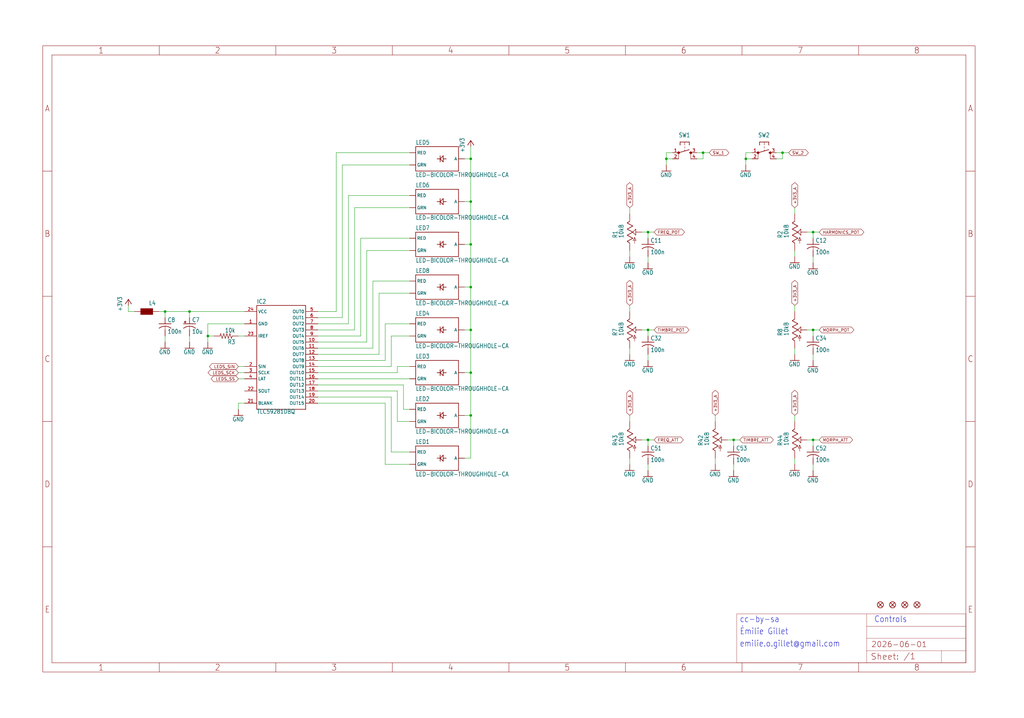
<source format=kicad_sch>
(kicad_sch (version 20230121) (generator eeschema)
  (paper "User" 425.45 298.45)
  (lib_symbols
    (symbol "plaits_v50-eagle-import:+3V3" (power)
      (property "Value" "+3V3" (at -2.54 -5.08 90))
      (symbol "+3V3_1_0"
        (polyline (pts (xy 0 0) (xy -1.27 -1.905)) (stroke (width 0.254)))
        (polyline (pts (xy 1.27 -1.905) (xy 0 0)) (stroke (width 0.254)))
        (pin power_in line (at 0 -2.54 90) (length 2.54) (name "+3V3") (number "1"))
      )
    )
    (symbol "plaits_v50-eagle-import:A3L-LOC"
      (symbol "A3L-LOC_1_0"
        (polyline (pts (xy 0 52.07) (xy 3.81 52.07)))
        (polyline (pts (xy 0 104.14) (xy 3.81 104.14)))
        (polyline (pts (xy 0 156.21) (xy 3.81 156.21)))
        (polyline (pts (xy 0 208.28) (xy 3.81 208.28)))
        (polyline (pts (xy 3.81 3.81) (xy 3.81 256.54)))
        (polyline (pts (xy 48.4188 0) (xy 48.4188 3.81)))
        (polyline (pts (xy 48.4188 256.54) (xy 48.4188 260.35)))
        (polyline (pts (xy 96.8375 0) (xy 96.8375 3.81)))
        (polyline (pts (xy 96.8375 256.54) (xy 96.8375 260.35)))
        (polyline (pts (xy 145.2563 0) (xy 145.2563 3.81)))
        (polyline (pts (xy 145.2563 256.54) (xy 145.2563 260.35)))
        (polyline (pts (xy 193.675 0) (xy 193.675 3.81)))
        (polyline (pts (xy 193.675 256.54) (xy 193.675 260.35)))
        (polyline (pts (xy 242.0938 0) (xy 242.0938 3.81)))
        (polyline (pts (xy 242.0938 256.54) (xy 242.0938 260.35)))
        (polyline (pts (xy 288.29 3.81) (xy 288.29 24.13)) (stroke (width 0.1016)))
        (polyline (pts (xy 288.29 3.81) (xy 342.265 3.81)) (stroke (width 0.1016)))
        (polyline (pts (xy 288.29 24.13) (xy 342.265 24.13)) (stroke (width 0.1016)))
        (polyline (pts (xy 290.5125 0) (xy 290.5125 3.81)))
        (polyline (pts (xy 290.5125 256.54) (xy 290.5125 260.35)))
        (polyline (pts (xy 338.9313 0) (xy 338.9313 3.81)))
        (polyline (pts (xy 338.9313 256.54) (xy 338.9313 260.35)))
        (polyline (pts (xy 342.265 3.81) (xy 373.38 3.81)) (stroke (width 0.1016)))
        (polyline (pts (xy 342.265 8.89) (xy 342.265 3.81)) (stroke (width 0.1016)))
        (polyline (pts (xy 342.265 8.89) (xy 342.265 13.97)) (stroke (width 0.1016)))
        (polyline (pts (xy 342.265 13.97) (xy 342.265 19.05)) (stroke (width 0.1016)))
        (polyline (pts (xy 342.265 13.97) (xy 383.54 13.97)) (stroke (width 0.1016)))
        (polyline (pts (xy 342.265 19.05) (xy 342.265 24.13)) (stroke (width 0.1016)))
        (polyline (pts (xy 342.265 19.05) (xy 383.54 19.05)) (stroke (width 0.1016)))
        (polyline (pts (xy 342.265 24.13) (xy 383.54 24.13)) (stroke (width 0.1016)))
        (polyline (pts (xy 373.38 3.81) (xy 373.38 8.89)) (stroke (width 0.1016)))
        (polyline (pts (xy 373.38 3.81) (xy 383.54 3.81)) (stroke (width 0.1016)))
        (polyline (pts (xy 373.38 8.89) (xy 342.265 8.89)) (stroke (width 0.1016)))
        (polyline (pts (xy 373.38 8.89) (xy 383.54 8.89)) (stroke (width 0.1016)))
        (polyline (pts (xy 383.54 3.81) (xy 3.81 3.81)))
        (polyline (pts (xy 383.54 3.81) (xy 383.54 8.89)) (stroke (width 0.1016)))
        (polyline (pts (xy 383.54 3.81) (xy 383.54 256.54)))
        (polyline (pts (xy 383.54 8.89) (xy 383.54 13.97)) (stroke (width 0.1016)))
        (polyline (pts (xy 383.54 13.97) (xy 383.54 19.05)) (stroke (width 0.1016)))
        (polyline (pts (xy 383.54 19.05) (xy 383.54 24.13)) (stroke (width 0.1016)))
        (polyline (pts (xy 383.54 52.07) (xy 387.35 52.07)))
        (polyline (pts (xy 383.54 104.14) (xy 387.35 104.14)))
        (polyline (pts (xy 383.54 156.21) (xy 387.35 156.21)))
        (polyline (pts (xy 383.54 208.28) (xy 387.35 208.28)))
        (polyline (pts (xy 383.54 256.54) (xy 3.81 256.54)))
        (polyline (pts (xy 0 0) (xy 387.35 0) (xy 387.35 260.35) (xy 0 260.35) (xy 0 0)))
        (text "${#}/${##}" (at 357.505 5.08 0) (effects (font (size 2.54 2.54)) (justify left bottom)))
        (text "${CURRENT_DATE}" (at 344.17 10.16 0) (effects (font (size 2.286 2.286)) (justify left bottom)))
        (text "${PROJECTNAME}" (at 344.17 15.24 0) (effects (font (size 2.54 2.54)) (justify left bottom)))
        (text "1" (at 24.2094 1.905 0) (effects (font (size 2.54 2.286))))
        (text "1" (at 24.2094 258.445 0) (effects (font (size 2.54 2.286))))
        (text "2" (at 72.6281 1.905 0) (effects (font (size 2.54 2.286))))
        (text "2" (at 72.6281 258.445 0) (effects (font (size 2.54 2.286))))
        (text "3" (at 121.0469 1.905 0) (effects (font (size 2.54 2.286))))
        (text "3" (at 121.0469 258.445 0) (effects (font (size 2.54 2.286))))
        (text "4" (at 169.4656 1.905 0) (effects (font (size 2.54 2.286))))
        (text "4" (at 169.4656 258.445 0) (effects (font (size 2.54 2.286))))
        (text "5" (at 217.8844 1.905 0) (effects (font (size 2.54 2.286))))
        (text "5" (at 217.8844 258.445 0) (effects (font (size 2.54 2.286))))
        (text "6" (at 266.3031 1.905 0) (effects (font (size 2.54 2.286))))
        (text "6" (at 266.3031 258.445 0) (effects (font (size 2.54 2.286))))
        (text "7" (at 314.7219 1.905 0) (effects (font (size 2.54 2.286))))
        (text "7" (at 314.7219 258.445 0) (effects (font (size 2.54 2.286))))
        (text "8" (at 363.1406 1.905 0) (effects (font (size 2.54 2.286))))
        (text "8" (at 363.1406 258.445 0) (effects (font (size 2.54 2.286))))
        (text "A" (at 1.905 234.315 0) (effects (font (size 2.54 2.286))))
        (text "A" (at 385.445 234.315 0) (effects (font (size 2.54 2.286))))
        (text "B" (at 1.905 182.245 0) (effects (font (size 2.54 2.286))))
        (text "B" (at 385.445 182.245 0) (effects (font (size 2.54 2.286))))
        (text "C" (at 1.905 130.175 0) (effects (font (size 2.54 2.286))))
        (text "C" (at 385.445 130.175 0) (effects (font (size 2.54 2.286))))
        (text "D" (at 1.905 78.105 0) (effects (font (size 2.54 2.286))))
        (text "D" (at 385.445 78.105 0) (effects (font (size 2.54 2.286))))
        (text "E" (at 1.905 26.035 0) (effects (font (size 2.54 2.286))))
        (text "E" (at 385.445 26.035 0) (effects (font (size 2.54 2.286))))
        (text "Sheet:" (at 343.916 4.953 0) (effects (font (size 2.54 2.54)) (justify left bottom)))
      )
    )
    (symbol "plaits_v50-eagle-import:C-USC0402"
      (property "Reference" "C" (at 1.016 0.635 0))
      (symbol "C-USC0402_1_0"
        (arc (start 0 -1.0161) (mid -1.302 -1.2303) (end -2.4668 -1.8504) (stroke (width 0.254)))
        (polyline (pts (xy -2.54 0) (xy 2.54 0)) (stroke (width 0.254)))
        (polyline (pts (xy 0 -1.016) (xy 0 -2.54)) (stroke (width 0.1524)))
        (arc (start 2.4892 -1.8541) (mid 1.3158 -1.2194) (end 0 -1) (stroke (width 0.254)))
        (pin passive line (at 0 2.54 270) (length 2.54) (name "1") (number "1"))
        (pin passive line (at 0 -5.08 90) (length 2.54) (name "2") (number "2"))
      )
    )
    (symbol "plaits_v50-eagle-import:CPOL-USA"
      (property "Reference" "C" (at 1.016 0.635 0))
      (symbol "CPOL-USA_1_0"
        (rectangle (start -2.253 0.668) (end -1.364 0.795) (fill (type outline)))
        (rectangle (start -1.872 0.287) (end -1.745 1.176) (fill (type outline)))
        (arc (start 0 -1.0161) (mid -1.3021 -1.2303) (end -2.4669 -1.8504) (stroke (width 0.254)))
        (polyline (pts (xy -2.54 0) (xy 2.54 0)) (stroke (width 0.254)))
        (polyline (pts (xy 0 -1.016) (xy 0 -2.54)) (stroke (width 0.1524)))
        (arc (start 2.4892 -1.8541) (mid 1.3158 -1.2194) (end 0 -1) (stroke (width 0.254)))
        (pin passive line (at 0 2.54 270) (length 2.54) (name "+") (number "+"))
        (pin passive line (at 0 -5.08 90) (length 2.54) (name "-") (number "-"))
      )
    )
    (symbol "plaits_v50-eagle-import:FIDUCIAL1X2"
      (symbol "FIDUCIAL1X2_1_0"
        (polyline (pts (xy -0.762 0.762) (xy 0.762 -0.762)) (stroke (width 0.254)))
        (polyline (pts (xy 0.762 0.762) (xy -0.762 -0.762)) (stroke (width 0.254)))
        (circle (center 0 0) (radius 1.27) (stroke (width 0.254)))
      )
    )
    (symbol "plaits_v50-eagle-import:GND" (power)
      (property "Value" "GND" (at -2.54 -2.54 0))
      (symbol "GND_1_0"
        (polyline (pts (xy -1.905 0) (xy 1.905 0)) (stroke (width 0.254)))
        (pin power_in line (at 0 2.54 270) (length 2.54) (name "GND") (number "1"))
      )
    )
    (symbol "plaits_v50-eagle-import:LED-BICOLOR-THROUGHHOLE-CA"
      (property "Reference" "LED" (at -10.16 5.842 0))
      (symbol "LED-BICOLOR-THROUGHHOLE-CA_1_0"
        (polyline (pts (xy -10.16 -5.08) (xy -10.16 5.08)) (stroke (width 0.254)))
        (polyline (pts (xy -10.16 5.08) (xy 7.62 5.08)) (stroke (width 0.254)))
        (polyline (pts (xy 0 -1.27) (xy 0 0)) (stroke (width 0.254)))
        (polyline (pts (xy 0 0) (xy -1.27 0)) (stroke (width 0.254)))
        (polyline (pts (xy 0 0) (xy 0 1.27)) (stroke (width 0.254)))
        (polyline (pts (xy 0 0) (xy 1.27 -1.27)) (stroke (width 0.254)))
        (polyline (pts (xy 1.27 -1.27) (xy 1.27 0)) (stroke (width 0.254)))
        (polyline (pts (xy 1.27 0) (xy 1.27 1.27)) (stroke (width 0.254)))
        (polyline (pts (xy 1.27 0) (xy 2.54 0)) (stroke (width 0.254)))
        (polyline (pts (xy 1.27 1.27) (xy 0 0)) (stroke (width 0.254)))
        (polyline (pts (xy 7.62 -5.08) (xy -10.16 -5.08)) (stroke (width 0.254)))
        (polyline (pts (xy 7.62 5.08) (xy 7.62 -5.08)) (stroke (width 0.254)))
        (pin bidirectional line (at 10.16 0 180) (length 2.54) (name "A") (number "A"))
        (pin bidirectional line (at -12.7 -2.54 0) (length 2.54) (name "GRN") (number "GREEN_C"))
        (pin bidirectional line (at -12.7 2.54 0) (length 2.54) (name "RED") (number "RED_C"))
      )
    )
    (symbol "plaits_v50-eagle-import:POT_USVERTICAL"
      (property "Reference" "R" (at -5.08 -2.54 90))
      (symbol "POT_USVERTICAL_1_0"
        (polyline (pts (xy -1.016 -3.81) (xy 1.27 -2.54)) (stroke (width 0.254)))
        (polyline (pts (xy -1.016 -1.27) (xy 1.27 0)) (stroke (width 0.254)))
        (polyline (pts (xy -1.016 1.27) (xy 1.27 2.54)) (stroke (width 0.254)))
        (polyline (pts (xy -1.016 3.81) (xy 0 4.572)) (stroke (width 0.254)))
        (polyline (pts (xy 0 -5.08) (xy 0 -4.572)) (stroke (width 0.1524)))
        (polyline (pts (xy 0 -4.572) (xy -1.016 -3.81)) (stroke (width 0.254)))
        (polyline (pts (xy 0 4.572) (xy 0 5.08)) (stroke (width 0.1524)))
        (polyline (pts (xy 1.27 -2.54) (xy -1.016 -1.27)) (stroke (width 0.254)))
        (polyline (pts (xy 1.27 0) (xy -1.016 1.27)) (stroke (width 0.254)))
        (polyline (pts (xy 1.27 0) (xy 2.54 1.27)) (stroke (width 0.2032)))
        (polyline (pts (xy 1.27 2.54) (xy -1.016 3.81)) (stroke (width 0.254)))
        (polyline (pts (xy 1.397 -3.429) (xy 2.032 -2.159)) (stroke (width 0.1524)))
        (polyline (pts (xy 2.032 -4.699) (xy 2.032 -2.159)) (stroke (width 0.1524)))
        (polyline (pts (xy 2.032 -2.159) (xy 2.667 -3.429)) (stroke (width 0.1524)))
        (polyline (pts (xy 2.54 -1.27) (xy 1.27 0)) (stroke (width 0.2032)))
        (polyline (pts (xy 2.54 1.27) (xy 2.54 -1.27)) (stroke (width 0.2032)))
        (polyline (pts (xy 2.667 -3.429) (xy 1.397 -3.429)) (stroke (width 0.1524)))
        (pin passive line (at 0 7.62 270) (length 2.54) (name "E") (number "P$1"))
        (pin passive line (at 5.08 0 180) (length 2.54) (name "S") (number "P$2"))
        (pin passive line (at 0 -7.62 90) (length 2.54) (name "A") (number "P$3"))
      )
    )
    (symbol "plaits_v50-eagle-import:POT_USVERTICAL_PS"
      (property "Reference" "R" (at -5.08 -2.54 90))
      (symbol "POT_USVERTICAL_PS_1_0"
        (polyline (pts (xy -1.016 -3.81) (xy 1.27 -2.54)) (stroke (width 0.254)))
        (polyline (pts (xy -1.016 -1.27) (xy 1.27 0)) (stroke (width 0.254)))
        (polyline (pts (xy -1.016 1.27) (xy 1.27 2.54)) (stroke (width 0.254)))
        (polyline (pts (xy -1.016 3.81) (xy 0 4.572)) (stroke (width 0.254)))
        (polyline (pts (xy 0 -5.08) (xy 0 -4.572)) (stroke (width 0.1524)))
        (polyline (pts (xy 0 -4.572) (xy -1.016 -3.81)) (stroke (width 0.254)))
        (polyline (pts (xy 0 4.572) (xy 0 5.08)) (stroke (width 0.1524)))
        (polyline (pts (xy 1.27 -2.54) (xy -1.016 -1.27)) (stroke (width 0.254)))
        (polyline (pts (xy 1.27 0) (xy -1.016 1.27)) (stroke (width 0.254)))
        (polyline (pts (xy 1.27 0) (xy 2.54 1.27)) (stroke (width 0.2032)))
        (polyline (pts (xy 1.27 2.54) (xy -1.016 3.81)) (stroke (width 0.254)))
        (polyline (pts (xy 1.397 -3.429) (xy 2.032 -2.159)) (stroke (width 0.1524)))
        (polyline (pts (xy 2.032 -4.699) (xy 2.032 -2.159)) (stroke (width 0.1524)))
        (polyline (pts (xy 2.032 -2.159) (xy 2.667 -3.429)) (stroke (width 0.1524)))
        (polyline (pts (xy 2.54 -1.27) (xy 1.27 0)) (stroke (width 0.2032)))
        (polyline (pts (xy 2.54 1.27) (xy 2.54 -1.27)) (stroke (width 0.2032)))
        (polyline (pts (xy 2.667 -3.429) (xy 1.397 -3.429)) (stroke (width 0.1524)))
        (pin passive line (at 0 7.62 270) (length 2.54) (name "E") (number "P$1"))
        (pin passive line (at 5.08 0 180) (length 2.54) (name "S") (number "P$2"))
        (pin passive line (at 0 -7.62 90) (length 2.54) (name "A") (number "P$3"))
      )
    )
    (symbol "plaits_v50-eagle-import:R-US_R0402"
      (property "Reference" "R" (at -3.81 1.4986 0))
      (symbol "R-US_R0402_1_0"
        (polyline (pts (xy -2.54 0) (xy -2.159 1.016)) (stroke (width 0.2032)))
        (polyline (pts (xy -2.159 1.016) (xy -1.524 -1.016)) (stroke (width 0.2032)))
        (polyline (pts (xy -1.524 -1.016) (xy -0.889 1.016)) (stroke (width 0.2032)))
        (polyline (pts (xy -0.889 1.016) (xy -0.254 -1.016)) (stroke (width 0.2032)))
        (polyline (pts (xy -0.254 -1.016) (xy 0.381 1.016)) (stroke (width 0.2032)))
        (polyline (pts (xy 0.381 1.016) (xy 1.016 -1.016)) (stroke (width 0.2032)))
        (polyline (pts (xy 1.016 -1.016) (xy 1.651 1.016)) (stroke (width 0.2032)))
        (polyline (pts (xy 1.651 1.016) (xy 2.286 -1.016)) (stroke (width 0.2032)))
        (polyline (pts (xy 2.286 -1.016) (xy 2.54 0)) (stroke (width 0.2032)))
        (pin passive line (at -5.08 0 0) (length 2.54) (name "1") (number "1"))
        (pin passive line (at 5.08 0 180) (length 2.54) (name "2") (number "2"))
      )
    )
    (symbol "plaits_v50-eagle-import:TAC_SWITCHPTH"
      (property "Reference" "S" (at -2.54 6.35 0))
      (symbol "TAC_SWITCHPTH_1_0"
        (circle (center -2.54 0) (radius 0.127) (stroke (width 0.4064)))
        (polyline (pts (xy -2.54 -2.54) (xy -2.54 0)) (stroke (width 0.1524)))
        (polyline (pts (xy -2.54 0) (xy 1.905 1.27)) (stroke (width 0.254)))
        (polyline (pts (xy -1.905 4.445) (xy -1.905 3.175)) (stroke (width 0.254)))
        (polyline (pts (xy 0 1.27) (xy 0 0.635)) (stroke (width 0.1524)))
        (polyline (pts (xy 0 2.54) (xy 0 1.905)) (stroke (width 0.1524)))
        (polyline (pts (xy 0 4.445) (xy -1.905 4.445)) (stroke (width 0.254)))
        (polyline (pts (xy 0 4.445) (xy 0 3.175)) (stroke (width 0.1524)))
        (polyline (pts (xy 1.905 0) (xy 2.54 0)) (stroke (width 0.254)))
        (polyline (pts (xy 1.905 4.445) (xy 0 4.445)) (stroke (width 0.254)))
        (polyline (pts (xy 1.905 4.445) (xy 1.905 3.175)) (stroke (width 0.254)))
        (polyline (pts (xy 2.54 -2.54) (xy 2.54 0)) (stroke (width 0.1524)))
        (circle (center 2.54 0) (radius 0.127) (stroke (width 0.4064)))
        (pin passive line (at -5.08 0 0) (length 2.54) (name "1") (number "1"))
        (pin passive line (at -5.08 -2.54 0) (length 2.54) (name "2") (number "2"))
        (pin passive line (at 5.08 0 180) (length 2.54) (name "3") (number "3"))
        (pin passive line (at 5.08 -2.54 180) (length 2.54) (name "4") (number "4"))
      )
    )
    (symbol "plaits_v50-eagle-import:TLC59281DBQ"
      (property "Reference" "IC" (at -10.16 23.495 0))
      (symbol "TLC59281DBQ_1_0"
        (polyline (pts (xy -10.16 -20.32) (xy -10.16 22.86)) (stroke (width 0.254)))
        (polyline (pts (xy -10.16 22.86) (xy 10.16 22.86)) (stroke (width 0.254)))
        (polyline (pts (xy 10.16 -20.32) (xy -10.16 -20.32)) (stroke (width 0.254)))
        (polyline (pts (xy 10.16 22.86) (xy 10.16 -20.32)) (stroke (width 0.254)))
        (pin bidirectional line (at -15.24 15.24 0) (length 5.08) (name "GND") (number "1"))
        (pin bidirectional line (at 15.24 7.62 180) (length 5.08) (name "OUT5") (number "10"))
        (pin bidirectional line (at 15.24 5.08 180) (length 5.08) (name "OUT6") (number "11"))
        (pin bidirectional line (at 15.24 2.54 180) (length 5.08) (name "OUT7") (number "12"))
        (pin bidirectional line (at 15.24 0 180) (length 5.08) (name "OUT8") (number "13"))
        (pin bidirectional line (at 15.24 -2.54 180) (length 5.08) (name "OUT9") (number "14"))
        (pin bidirectional line (at 15.24 -5.08 180) (length 5.08) (name "OUT10") (number "15"))
        (pin bidirectional line (at 15.24 -7.62 180) (length 5.08) (name "OUT11") (number "16"))
        (pin bidirectional line (at 15.24 -10.16 180) (length 5.08) (name "OUT12") (number "17"))
        (pin bidirectional line (at 15.24 -12.7 180) (length 5.08) (name "OUT13") (number "18"))
        (pin bidirectional line (at 15.24 -15.24 180) (length 5.08) (name "OUT14") (number "19"))
        (pin bidirectional line (at -15.24 -2.54 0) (length 5.08) (name "SIN") (number "2"))
        (pin bidirectional line (at 15.24 -17.78 180) (length 5.08) (name "OUT15") (number "20"))
        (pin bidirectional line (at -15.24 -17.78 0) (length 5.08) (name "BLANK") (number "21"))
        (pin bidirectional line (at -15.24 -12.7 0) (length 5.08) (name "SOUT") (number "22"))
        (pin bidirectional line (at -15.24 10.16 0) (length 5.08) (name "IREF") (number "23"))
        (pin bidirectional line (at -15.24 20.32 0) (length 5.08) (name "VCC") (number "24"))
        (pin bidirectional line (at -15.24 -5.08 0) (length 5.08) (name "SCLK") (number "3"))
        (pin bidirectional line (at -15.24 -7.62 0) (length 5.08) (name "LAT") (number "4"))
        (pin bidirectional line (at 15.24 20.32 180) (length 5.08) (name "OUT0") (number "5"))
        (pin bidirectional line (at 15.24 17.78 180) (length 5.08) (name "OUT1") (number "6"))
        (pin bidirectional line (at 15.24 15.24 180) (length 5.08) (name "OUT2") (number "7"))
        (pin bidirectional line (at 15.24 12.7 180) (length 5.08) (name "OUT3") (number "8"))
        (pin bidirectional line (at 15.24 10.16 180) (length 5.08) (name "OUT4") (number "9"))
      )
    )
    (symbol "plaits_v50-eagle-import:WE-CBF_0603"
      (property "Reference" "L" (at -3.81 5.08 0))
      (symbol "WE-CBF_0603_1_0"
        (rectangle (start -2.54 1.27) (end 2.54 3.81) (fill (type outline)))
        (pin passive line (at -5.08 2.54 0) (length 2.54) (name "1") (number "1"))
        (pin passive line (at 5.08 2.54 180) (length 2.54) (name "2") (number "2"))
      )
    )
  )
  (junction (at 195.58 101.6))
  (junction (at 195.58 154.94))
  (junction (at 337.82 137.16))
  (junction (at 195.58 172.72))
  (junction (at 269.24 137.16))
  (junction (at 78.74 129.54))
  (junction (at 269.24 182.88))
  (junction (at 304.8 182.88))
  (junction (at 337.82 182.88))
  (junction (at 86.36 139.7))
  (junction (at 68.58 129.54))
  (junction (at 309.88 66.04))
  (junction (at 337.82 96.52))
  (junction (at 325.12 63.5))
  (junction (at 269.24 96.52))
  (junction (at 195.58 66.04))
  (junction (at 195.58 83.82))
  (junction (at 276.86 66.04))
  (junction (at 292.1 63.5))
  (junction (at 195.58 119.38))
  (junction (at 195.58 137.16))
  (wire (pts (xy 325.12 63.5) (xy 327.66 63.5)) (stroke (width 0.1524)))
  (wire (pts (xy 157.48 147.32) (xy 132.08 147.32)) (stroke (width 0.1524)))
  (wire (pts (xy 170.18 63.5) (xy 139.7 63.5)) (stroke (width 0.1524)))
  (wire (pts (xy 78.74 129.54) (xy 101.6 129.54)) (stroke (width 0.1524)))
  (wire (pts (xy 160.02 134.62) (xy 160.02 149.86)) (stroke (width 0.1524)))
  (wire (pts (xy 147.32 86.36) (xy 147.32 137.16)) (stroke (width 0.1524)))
  (wire (pts (xy 330.2 129.54) (xy 330.2 127)) (stroke (width 0.1524)))
  (wire (pts (xy 165.1 152.4) (xy 170.18 152.4)) (stroke (width 0.1524)))
  (wire (pts (xy 86.36 139.7) (xy 86.36 134.62)) (stroke (width 0.1524)))
  (wire (pts (xy 160.02 149.86) (xy 132.08 149.86)) (stroke (width 0.1524)))
  (wire (pts (xy 88.9 139.7) (xy 86.36 139.7)) (stroke (width 0.1524)))
  (wire (pts (xy 162.56 139.7) (xy 170.18 139.7)) (stroke (width 0.1524)))
  (wire (pts (xy 157.48 121.92) (xy 157.48 147.32)) (stroke (width 0.1524)))
  (wire (pts (xy 297.18 175.26) (xy 297.18 172.72)) (stroke (width 0.1524)))
  (wire (pts (xy 101.6 157.48) (xy 99.06 157.48)) (stroke (width 0.1524)))
  (wire (pts (xy 142.24 68.58) (xy 142.24 132.08)) (stroke (width 0.1524)))
  (wire (pts (xy 193.04 101.6) (xy 195.58 101.6)) (stroke (width 0.1524)))
  (wire (pts (xy 99.06 167.64) (xy 99.06 170.18)) (stroke (width 0.1524)))
  (wire (pts (xy 132.08 167.64) (xy 160.02 167.64)) (stroke (width 0.1524)))
  (wire (pts (xy 276.86 66.04) (xy 276.86 68.58)) (stroke (width 0.1524)))
  (wire (pts (xy 68.58 139.7) (xy 68.58 142.24)) (stroke (width 0.1524)))
  (wire (pts (xy 195.58 172.72) (xy 195.58 190.5)) (stroke (width 0.1524)))
  (wire (pts (xy 330.2 88.9) (xy 330.2 86.36)) (stroke (width 0.1524)))
  (wire (pts (xy 269.24 185.42) (xy 269.24 182.88)) (stroke (width 0.1524)))
  (wire (pts (xy 269.24 99.06) (xy 269.24 96.52)) (stroke (width 0.1524)))
  (wire (pts (xy 193.04 119.38) (xy 195.58 119.38)) (stroke (width 0.1524)))
  (wire (pts (xy 337.82 182.88) (xy 340.36 182.88)) (stroke (width 0.1524)))
  (wire (pts (xy 337.82 185.42) (xy 337.82 182.88)) (stroke (width 0.1524)))
  (wire (pts (xy 142.24 132.08) (xy 132.08 132.08)) (stroke (width 0.1524)))
  (wire (pts (xy 322.58 63.5) (xy 325.12 63.5)) (stroke (width 0.1524)))
  (wire (pts (xy 167.64 160.02) (xy 167.64 170.18)) (stroke (width 0.1524)))
  (wire (pts (xy 337.82 147.32) (xy 337.82 149.86)) (stroke (width 0.1524)))
  (wire (pts (xy 337.82 99.06) (xy 337.82 96.52)) (stroke (width 0.1524)))
  (wire (pts (xy 165.1 162.56) (xy 165.1 175.26)) (stroke (width 0.1524)))
  (wire (pts (xy 195.58 101.6) (xy 195.58 83.82)) (stroke (width 0.1524)))
  (wire (pts (xy 195.58 119.38) (xy 195.58 137.16)) (stroke (width 0.1524)))
  (wire (pts (xy 144.78 134.62) (xy 132.08 134.62)) (stroke (width 0.1524)))
  (wire (pts (xy 68.58 129.54) (xy 78.74 129.54)) (stroke (width 0.1524)))
  (wire (pts (xy 335.28 96.52) (xy 337.82 96.52)) (stroke (width 0.1524)))
  (wire (pts (xy 132.08 157.48) (xy 170.18 157.48)) (stroke (width 0.1524)))
  (wire (pts (xy 139.7 129.54) (xy 132.08 129.54)) (stroke (width 0.1524)))
  (wire (pts (xy 160.02 134.62) (xy 170.18 134.62)) (stroke (width 0.1524)))
  (wire (pts (xy 162.56 139.7) (xy 162.56 152.4)) (stroke (width 0.1524)))
  (wire (pts (xy 297.18 190.5) (xy 297.18 193.04)) (stroke (width 0.1524)))
  (wire (pts (xy 132.08 162.56) (xy 165.1 162.56)) (stroke (width 0.1524)))
  (wire (pts (xy 149.86 99.06) (xy 149.86 139.7)) (stroke (width 0.1524)))
  (wire (pts (xy 312.42 66.04) (xy 309.88 66.04)) (stroke (width 0.1524)))
  (wire (pts (xy 261.62 190.5) (xy 261.62 193.04)) (stroke (width 0.1524)))
  (wire (pts (xy 132.08 160.02) (xy 167.64 160.02)) (stroke (width 0.1524)))
  (wire (pts (xy 261.62 88.9) (xy 261.62 86.36)) (stroke (width 0.1524)))
  (wire (pts (xy 162.56 152.4) (xy 132.08 152.4)) (stroke (width 0.1524)))
  (wire (pts (xy 165.1 154.94) (xy 132.08 154.94)) (stroke (width 0.1524)))
  (wire (pts (xy 279.4 66.04) (xy 276.86 66.04)) (stroke (width 0.1524)))
  (wire (pts (xy 304.8 193.04) (xy 304.8 195.58)) (stroke (width 0.1524)))
  (wire (pts (xy 152.4 104.14) (xy 152.4 142.24)) (stroke (width 0.1524)))
  (wire (pts (xy 149.86 139.7) (xy 132.08 139.7)) (stroke (width 0.1524)))
  (wire (pts (xy 193.04 172.72) (xy 195.58 172.72)) (stroke (width 0.1524)))
  (wire (pts (xy 53.34 129.54) (xy 53.34 127)) (stroke (width 0.1524)))
  (wire (pts (xy 279.4 63.5) (xy 276.86 63.5)) (stroke (width 0.1524)))
  (wire (pts (xy 68.58 132.08) (xy 68.58 129.54)) (stroke (width 0.1524)))
  (wire (pts (xy 330.2 175.26) (xy 330.2 172.72)) (stroke (width 0.1524)))
  (wire (pts (xy 139.7 63.5) (xy 139.7 129.54)) (stroke (width 0.1524)))
  (wire (pts (xy 261.62 144.78) (xy 261.62 147.32)) (stroke (width 0.1524)))
  (wire (pts (xy 78.74 142.24) (xy 78.74 139.7)) (stroke (width 0.1524)))
  (wire (pts (xy 261.62 104.14) (xy 261.62 106.68)) (stroke (width 0.1524)))
  (wire (pts (xy 269.24 147.32) (xy 269.24 149.86)) (stroke (width 0.1524)))
  (wire (pts (xy 193.04 190.5) (xy 195.58 190.5)) (stroke (width 0.1524)))
  (wire (pts (xy 330.2 190.5) (xy 330.2 193.04)) (stroke (width 0.1524)))
  (wire (pts (xy 101.6 134.62) (xy 86.36 134.62)) (stroke (width 0.1524)))
  (wire (pts (xy 195.58 137.16) (xy 195.58 154.94)) (stroke (width 0.1524)))
  (wire (pts (xy 160.02 193.04) (xy 170.18 193.04)) (stroke (width 0.1524)))
  (wire (pts (xy 337.82 106.68) (xy 337.82 109.22)) (stroke (width 0.1524)))
  (wire (pts (xy 269.24 137.16) (xy 271.78 137.16)) (stroke (width 0.1524)))
  (wire (pts (xy 170.18 116.84) (xy 154.94 116.84)) (stroke (width 0.1524)))
  (wire (pts (xy 269.24 193.04) (xy 269.24 195.58)) (stroke (width 0.1524)))
  (wire (pts (xy 152.4 142.24) (xy 132.08 142.24)) (stroke (width 0.1524)))
  (wire (pts (xy 144.78 81.28) (xy 144.78 134.62)) (stroke (width 0.1524)))
  (wire (pts (xy 170.18 99.06) (xy 149.86 99.06)) (stroke (width 0.1524)))
  (wire (pts (xy 304.8 185.42) (xy 304.8 182.88)) (stroke (width 0.1524)))
  (wire (pts (xy 330.2 144.78) (xy 330.2 147.32)) (stroke (width 0.1524)))
  (wire (pts (xy 337.82 139.7) (xy 337.82 137.16)) (stroke (width 0.1524)))
  (wire (pts (xy 292.1 66.04) (xy 292.1 63.5)) (stroke (width 0.1524)))
  (wire (pts (xy 195.58 83.82) (xy 195.58 66.04)) (stroke (width 0.1524)))
  (wire (pts (xy 167.64 170.18) (xy 170.18 170.18)) (stroke (width 0.1524)))
  (wire (pts (xy 165.1 152.4) (xy 165.1 154.94)) (stroke (width 0.1524)))
  (wire (pts (xy 165.1 175.26) (xy 170.18 175.26)) (stroke (width 0.1524)))
  (wire (pts (xy 99.06 139.7) (xy 101.6 139.7)) (stroke (width 0.1524)))
  (wire (pts (xy 193.04 66.04) (xy 195.58 66.04)) (stroke (width 0.1524)))
  (wire (pts (xy 266.7 137.16) (xy 269.24 137.16)) (stroke (width 0.1524)))
  (wire (pts (xy 330.2 104.14) (xy 330.2 106.68)) (stroke (width 0.1524)))
  (wire (pts (xy 101.6 152.4) (xy 99.06 152.4)) (stroke (width 0.1524)))
  (wire (pts (xy 266.7 96.52) (xy 269.24 96.52)) (stroke (width 0.1524)))
  (wire (pts (xy 337.82 193.04) (xy 337.82 195.58)) (stroke (width 0.1524)))
  (wire (pts (xy 302.26 182.88) (xy 304.8 182.88)) (stroke (width 0.1524)))
  (wire (pts (xy 195.58 119.38) (xy 195.58 101.6)) (stroke (width 0.1524)))
  (wire (pts (xy 292.1 63.5) (xy 294.64 63.5)) (stroke (width 0.1524)))
  (wire (pts (xy 266.7 182.88) (xy 269.24 182.88)) (stroke (width 0.1524)))
  (wire (pts (xy 170.18 121.92) (xy 157.48 121.92)) (stroke (width 0.1524)))
  (wire (pts (xy 162.56 165.1) (xy 162.56 187.96)) (stroke (width 0.1524)))
  (wire (pts (xy 325.12 66.04) (xy 325.12 63.5)) (stroke (width 0.1524)))
  (wire (pts (xy 335.28 182.88) (xy 337.82 182.88)) (stroke (width 0.1524)))
  (wire (pts (xy 335.28 137.16) (xy 337.82 137.16)) (stroke (width 0.1524)))
  (wire (pts (xy 132.08 165.1) (xy 162.56 165.1)) (stroke (width 0.1524)))
  (wire (pts (xy 86.36 142.24) (xy 86.36 139.7)) (stroke (width 0.1524)))
  (wire (pts (xy 154.94 144.78) (xy 132.08 144.78)) (stroke (width 0.1524)))
  (wire (pts (xy 154.94 116.84) (xy 154.94 144.78)) (stroke (width 0.1524)))
  (wire (pts (xy 193.04 154.94) (xy 195.58 154.94)) (stroke (width 0.1524)))
  (wire (pts (xy 195.58 172.72) (xy 195.58 154.94)) (stroke (width 0.1524)))
  (wire (pts (xy 160.02 167.64) (xy 160.02 193.04)) (stroke (width 0.1524)))
  (wire (pts (xy 132.08 137.16) (xy 147.32 137.16)) (stroke (width 0.1524)))
  (wire (pts (xy 170.18 86.36) (xy 147.32 86.36)) (stroke (width 0.1524)))
  (wire (pts (xy 312.42 63.5) (xy 309.88 63.5)) (stroke (width 0.1524)))
  (wire (pts (xy 162.56 187.96) (xy 170.18 187.96)) (stroke (width 0.1524)))
  (wire (pts (xy 261.62 175.26) (xy 261.62 172.72)) (stroke (width 0.1524)))
  (wire (pts (xy 289.56 66.04) (xy 292.1 66.04)) (stroke (width 0.1524)))
  (wire (pts (xy 66.04 129.54) (xy 68.58 129.54)) (stroke (width 0.1524)))
  (wire (pts (xy 276.86 63.5) (xy 276.86 66.04)) (stroke (width 0.1524)))
  (wire (pts (xy 101.6 167.64) (xy 99.06 167.64)) (stroke (width 0.1524)))
  (wire (pts (xy 322.58 66.04) (xy 325.12 66.04)) (stroke (width 0.1524)))
  (wire (pts (xy 304.8 182.88) (xy 307.34 182.88)) (stroke (width 0.1524)))
  (wire (pts (xy 269.24 182.88) (xy 271.78 182.88)) (stroke (width 0.1524)))
  (wire (pts (xy 337.82 96.52) (xy 340.36 96.52)) (stroke (width 0.1524)))
  (wire (pts (xy 337.82 137.16) (xy 340.36 137.16)) (stroke (width 0.1524)))
  (wire (pts (xy 309.88 63.5) (xy 309.88 66.04)) (stroke (width 0.1524)))
  (wire (pts (xy 195.58 66.04) (xy 195.58 60.96)) (stroke (width 0.1524)))
  (wire (pts (xy 170.18 104.14) (xy 152.4 104.14)) (stroke (width 0.1524)))
  (wire (pts (xy 269.24 106.68) (xy 269.24 109.22)) (stroke (width 0.1524)))
  (wire (pts (xy 101.6 154.94) (xy 99.06 154.94)) (stroke (width 0.1524)))
  (wire (pts (xy 269.24 96.52) (xy 271.78 96.52)) (stroke (width 0.1524)))
  (wire (pts (xy 170.18 68.58) (xy 142.24 68.58)) (stroke (width 0.1524)))
  (wire (pts (xy 193.04 83.82) (xy 195.58 83.82)) (stroke (width 0.1524)))
  (wire (pts (xy 289.56 63.5) (xy 292.1 63.5)) (stroke (width 0.1524)))
  (wire (pts (xy 78.74 129.54) (xy 78.74 132.08)) (stroke (width 0.1524)))
  (wire (pts (xy 170.18 81.28) (xy 144.78 81.28)) (stroke (width 0.1524)))
  (wire (pts (xy 269.24 139.7) (xy 269.24 137.16)) (stroke (width 0.1524)))
  (wire (pts (xy 193.04 137.16) (xy 195.58 137.16)) (stroke (width 0.1524)))
  (wire (pts (xy 55.88 129.54) (xy 53.34 129.54)) (stroke (width 0.1524)))
  (wire (pts (xy 261.62 129.54) (xy 261.62 127)) (stroke (width 0.1524)))
  (wire (pts (xy 309.88 66.04) (xy 309.88 68.58)) (stroke (width 0.1524)))
  (text "emilie.o.gillet@gmail.com" (at 307.34 269.24 0) (effects (font (size 2.54 2.159)) (justify left bottom)))
  (text "Émilie Gillet" (at 307.34 264.16 0) (effects (font (size 2.54 2.159)) (justify left bottom)))
  (text "cc-by-sa" (at 307.34 259.08 0) (effects (font (size 2.54 2.159)) (justify left bottom)))
  (text "Controls" (at 363.22 259.08 0) (effects (font (size 2.54 2.159)) (justify left bottom)))
  (global_label "+3V3_A" (shape bidirectional) (at 261.62 127 90) (effects (font (size 1.2446 1.2446))) (property "Intersheetrefs" "${INTERSHEET_REFS}" (effects hide)))
  (global_label "+3V3_A" (shape bidirectional) (at 297.18 172.72 90) (effects (font (size 1.2446 1.2446))) (property "Intersheetrefs" "${INTERSHEET_REFS}" (effects hide)))
  (global_label "+3V3_A" (shape bidirectional) (at 330.2 127 90) (effects (font (size 1.2446 1.2446))) (property "Intersheetrefs" "${INTERSHEET_REFS}" (effects hide)))
  (global_label "+3V3_A" (shape bidirectional) (at 330.2 86.36 90) (effects (font (size 1.2446 1.2446))) (property "Intersheetrefs" "${INTERSHEET_REFS}" (effects hide)))
  (global_label "LEDS_SIN" (shape bidirectional) (at 99.06 152.4 180) (effects (font (size 1.2446 1.2446))) (property "Intersheetrefs" "${INTERSHEET_REFS}" (effects hide)))
  (global_label "SW_2" (shape bidirectional) (at 327.66 63.5 0) (effects (font (size 1.2446 1.2446))) (property "Intersheetrefs" "${INTERSHEET_REFS}" (effects hide)))
  (global_label "HARMONICS_POT" (shape bidirectional) (at 340.36 96.52 0) (effects (font (size 1.2446 1.2446))) (property "Intersheetrefs" "${INTERSHEET_REFS}" (effects hide)))
  (global_label "FREQ_POT" (shape bidirectional) (at 271.78 96.52 0) (effects (font (size 1.2446 1.2446))) (property "Intersheetrefs" "${INTERSHEET_REFS}" (effects hide)))
  (global_label "TIMBRE_POT" (shape bidirectional) (at 271.78 137.16 0) (effects (font (size 1.2446 1.2446))) (property "Intersheetrefs" "${INTERSHEET_REFS}" (effects hide)))
  (global_label "FREQ_ATT" (shape bidirectional) (at 271.78 182.88 0) (effects (font (size 1.2446 1.2446))) (property "Intersheetrefs" "${INTERSHEET_REFS}" (effects hide)))
  (global_label "MORPH_ATT" (shape bidirectional) (at 340.36 182.88 0) (effects (font (size 1.2446 1.2446))) (property "Intersheetrefs" "${INTERSHEET_REFS}" (effects hide)))
  (global_label "MORPH_POT" (shape bidirectional) (at 340.36 137.16 0) (effects (font (size 1.2446 1.2446))) (property "Intersheetrefs" "${INTERSHEET_REFS}" (effects hide)))
  (global_label "SW_1" (shape bidirectional) (at 294.64 63.5 0) (effects (font (size 1.2446 1.2446))) (property "Intersheetrefs" "${INTERSHEET_REFS}" (effects hide)))
  (global_label "TIMBRE_ATT" (shape bidirectional) (at 307.34 182.88 0) (effects (font (size 1.2446 1.2446))) (property "Intersheetrefs" "${INTERSHEET_REFS}" (effects hide)))
  (global_label "+3V3_A" (shape bidirectional) (at 261.62 86.36 90) (effects (font (size 1.2446 1.2446))) (property "Intersheetrefs" "${INTERSHEET_REFS}" (effects hide)))
  (global_label "LEDS_SCK" (shape bidirectional) (at 99.06 154.94 180) (effects (font (size 1.2446 1.2446))) (property "Intersheetrefs" "${INTERSHEET_REFS}" (effects hide)))
  (global_label "LEDS_SS" (shape bidirectional) (at 99.06 157.48 180) (effects (font (size 1.2446 1.2446))) (property "Intersheetrefs" "${INTERSHEET_REFS}" (effects hide)))
  (global_label "+3V3_A" (shape bidirectional) (at 261.62 172.72 90) (effects (font (size 1.2446 1.2446))) (property "Intersheetrefs" "${INTERSHEET_REFS}" (effects hide)))
  (global_label "+3V3_A" (shape bidirectional) (at 330.2 172.72 90) (effects (font (size 1.2446 1.2446))) (property "Intersheetrefs" "${INTERSHEET_REFS}" (effects hide)))
  (symbol (lib_id "plaits_v50-eagle-import:WE-CBF_0603") (at 60.96 132.08 0) (mirror y) (unit 1)
    (property "Reference" "L4" (at 64.77 127 0) (effects (font (size 1.778 1.5113)) (justify left bottom)))
    (property "Value" "WE-CBF_0603" (effects hide))
    (property "Footprint" "plaits_v50:0603" (effects hide))
  )
  (symbol (lib_id "plaits_v50-eagle-import:LED-BICOLOR-THROUGHHOLE-CA") (at 182.88 154.94 0) (unit 1)
    (property "Reference" "LED3" (at 172.72 149.098 0) (effects (font (size 1.778 1.5113)) (justify left bottom)))
    (property "Value" "LED-BICOLOR-THROUGHHOLE-CA" (at 172.72 162.56 0) (effects (font (size 1.778 1.5113)) (justify left bottom)))
    (property "Footprint" "plaits_v50:LED-BICOLOR-THROUGHHOLE-LUMEX" (effects hide))
  )
  (symbol (lib_id "plaits_v50-eagle-import:GND") (at 309.88 71.12 0) (unit 1)
    (property "Reference" "#GND23" (effects hide))
    (property "Value" "GND" (at 307.34 73.66 0) (effects (font (size 1.778 1.5113)) (justify left bottom)))
  )
  (symbol (lib_id "plaits_v50-eagle-import:C-USC0402") (at 68.58 134.62 0) (unit 1)
    (property "Reference" "C8" (at 69.596 133.985 0) (effects (font (size 1.778 1.5113)) (justify left bottom)))
    (property "Value" "100n" (at 69.596 138.811 0) (effects (font (size 1.778 1.5113)) (justify left bottom)))
    (property "Footprint" "plaits_v50:C0402" (effects hide))
  )
  (symbol (lib_id "plaits_v50-eagle-import:FIDUCIAL1X2") (at 381 251.46 0) (unit 1)
    (property "Reference" "JP3" (effects hide))
    (property "Value" "FIDUCIAL1X2" (effects hide))
    (property "Footprint" "plaits_v50:FIDUCIAL-1X2" (effects hide))
  )
  (symbol (lib_id "plaits_v50-eagle-import:LED-BICOLOR-THROUGHHOLE-CA") (at 182.88 172.72 0) (unit 1)
    (property "Reference" "LED2" (at 172.72 166.878 0) (effects (font (size 1.778 1.5113)) (justify left bottom)))
    (property "Value" "LED-BICOLOR-THROUGHHOLE-CA" (at 172.72 180.34 0) (effects (font (size 1.778 1.5113)) (justify left bottom)))
    (property "Footprint" "plaits_v50:LED-BICOLOR-THROUGHHOLE-LUMEX" (effects hide))
  )
  (symbol (lib_id "plaits_v50-eagle-import:LED-BICOLOR-THROUGHHOLE-CA") (at 182.88 119.38 0) (unit 1)
    (property "Reference" "LED8" (at 172.72 113.538 0) (effects (font (size 1.778 1.5113)) (justify left bottom)))
    (property "Value" "LED-BICOLOR-THROUGHHOLE-CA" (at 172.72 127 0) (effects (font (size 1.778 1.5113)) (justify left bottom)))
    (property "Footprint" "plaits_v50:LED-BICOLOR-THROUGHHOLE-LUMEX" (effects hide))
  )
  (symbol (lib_id "plaits_v50-eagle-import:+3V3") (at 53.34 124.46 0) (unit 1)
    (property "Reference" "#+3V6" (effects hide))
    (property "Value" "+3V3" (at 50.8 129.54 90) (effects (font (size 1.778 1.5113)) (justify left bottom)))
  )
  (symbol (lib_id "plaits_v50-eagle-import:GND") (at 261.62 149.86 0) (unit 1)
    (property "Reference" "#GND19" (effects hide))
    (property "Value" "GND" (at 259.08 152.4 0) (effects (font (size 1.778 1.5113)) (justify left bottom)))
  )
  (symbol (lib_id "plaits_v50-eagle-import:C-USC0402") (at 269.24 187.96 0) (unit 1)
    (property "Reference" "C51" (at 270.256 187.325 0) (effects (font (size 1.778 1.5113)) (justify left bottom)))
    (property "Value" "100n" (at 270.256 192.151 0) (effects (font (size 1.778 1.5113)) (justify left bottom)))
    (property "Footprint" "plaits_v50:C0402" (effects hide))
  )
  (symbol (lib_id "plaits_v50-eagle-import:GND") (at 269.24 198.12 0) (unit 1)
    (property "Reference" "#GND71" (effects hide))
    (property "Value" "GND" (at 266.7 200.66 0) (effects (font (size 1.778 1.5113)) (justify left bottom)))
  )
  (symbol (lib_id "plaits_v50-eagle-import:C-USC0402") (at 337.82 101.6 0) (unit 1)
    (property "Reference" "C12" (at 338.836 100.965 0) (effects (font (size 1.778 1.5113)) (justify left bottom)))
    (property "Value" "100n" (at 338.836 105.791 0) (effects (font (size 1.778 1.5113)) (justify left bottom)))
    (property "Footprint" "plaits_v50:C0402" (effects hide))
  )
  (symbol (lib_id "plaits_v50-eagle-import:GND") (at 337.82 111.76 0) (unit 1)
    (property "Reference" "#GND27" (effects hide))
    (property "Value" "GND" (at 335.28 114.3 0) (effects (font (size 1.778 1.5113)) (justify left bottom)))
  )
  (symbol (lib_id "plaits_v50-eagle-import:R-US_R0402") (at 93.98 139.7 180) (unit 1)
    (property "Reference" "R3" (at 97.79 141.1986 0) (effects (font (size 1.778 1.5113)) (justify left bottom)))
    (property "Value" "10k" (at 97.79 136.398 0) (effects (font (size 1.778 1.5113)) (justify left bottom)))
    (property "Footprint" "plaits_v50:R0402" (effects hide))
  )
  (symbol (lib_id "plaits_v50-eagle-import:FIDUCIAL1X2") (at 370.84 251.46 0) (unit 1)
    (property "Reference" "JP1" (effects hide))
    (property "Value" "FIDUCIAL1X2" (effects hide))
    (property "Footprint" "plaits_v50:FIDUCIAL-1X2" (effects hide))
  )
  (symbol (lib_id "plaits_v50-eagle-import:GND") (at 261.62 195.58 0) (unit 1)
    (property "Reference" "#GND18" (effects hide))
    (property "Value" "GND" (at 259.08 198.12 0) (effects (font (size 1.778 1.5113)) (justify left bottom)))
  )
  (symbol (lib_id "plaits_v50-eagle-import:C-USC0402") (at 269.24 101.6 0) (unit 1)
    (property "Reference" "C11" (at 270.256 100.965 0) (effects (font (size 1.778 1.5113)) (justify left bottom)))
    (property "Value" "100n" (at 270.256 105.791 0) (effects (font (size 1.778 1.5113)) (justify left bottom)))
    (property "Footprint" "plaits_v50:C0402" (effects hide))
  )
  (symbol (lib_id "plaits_v50-eagle-import:POT_USVERTICAL_PS") (at 261.62 96.52 0) (unit 1)
    (property "Reference" "R1" (at 256.54 99.06 90) (effects (font (size 1.778 1.5113)) (justify left bottom)))
    (property "Value" "10kB" (at 259.08 99.06 90) (effects (font (size 1.778 1.5113)) (justify left bottom)))
    (property "Footprint" "plaits_v50:ALPS_POT_VERTICAL_PS" (effects hide))
  )
  (symbol (lib_id "plaits_v50-eagle-import:TAC_SWITCHPTH") (at 284.48 63.5 0) (unit 1)
    (property "Reference" "SW1" (at 281.94 57.15 0) (effects (font (size 1.778 1.5113)) (justify left bottom)))
    (property "Value" "TAC_SWITCHPTH" (effects hide))
    (property "Footprint" "plaits_v50:TACTILE-PTH" (effects hide))
  )
  (symbol (lib_id "plaits_v50-eagle-import:POT_USVERTICAL_PS") (at 330.2 137.16 0) (unit 1)
    (property "Reference" "R8" (at 325.12 139.7 90) (effects (font (size 1.778 1.5113)) (justify left bottom)))
    (property "Value" "10kB" (at 327.66 139.7 90) (effects (font (size 1.778 1.5113)) (justify left bottom)))
    (property "Footprint" "plaits_v50:ALPS_POT_VERTICAL_PS" (effects hide))
  )
  (symbol (lib_id "plaits_v50-eagle-import:POT_USVERTICAL_PS") (at 261.62 137.16 0) (unit 1)
    (property "Reference" "R7" (at 256.54 139.7 90) (effects (font (size 1.778 1.5113)) (justify left bottom)))
    (property "Value" "10kB" (at 259.08 139.7 90) (effects (font (size 1.778 1.5113)) (justify left bottom)))
    (property "Footprint" "plaits_v50:ALPS_POT_VERTICAL_PS" (effects hide))
  )
  (symbol (lib_id "plaits_v50-eagle-import:GND") (at 86.36 144.78 0) (unit 1)
    (property "Reference" "#GND55" (effects hide))
    (property "Value" "GND" (at 83.82 147.32 0) (effects (font (size 1.778 1.5113)) (justify left bottom)))
  )
  (symbol (lib_id "plaits_v50-eagle-import:GND") (at 337.82 198.12 0) (unit 1)
    (property "Reference" "#GND70" (effects hide))
    (property "Value" "GND" (at 335.28 200.66 0) (effects (font (size 1.778 1.5113)) (justify left bottom)))
  )
  (symbol (lib_id "plaits_v50-eagle-import:C-USC0402") (at 337.82 142.24 0) (unit 1)
    (property "Reference" "C34" (at 338.836 141.605 0) (effects (font (size 1.778 1.5113)) (justify left bottom)))
    (property "Value" "100n" (at 338.836 146.431 0) (effects (font (size 1.778 1.5113)) (justify left bottom)))
    (property "Footprint" "plaits_v50:C0402" (effects hide))
  )
  (symbol (lib_id "plaits_v50-eagle-import:GND") (at 68.58 144.78 0) (unit 1)
    (property "Reference" "#GND72" (effects hide))
    (property "Value" "GND" (at 66.04 147.32 0) (effects (font (size 1.778 1.5113)) (justify left bottom)))
  )
  (symbol (lib_id "plaits_v50-eagle-import:GND") (at 297.18 195.58 0) (unit 1)
    (property "Reference" "#GND44" (effects hide))
    (property "Value" "GND" (at 294.64 198.12 0) (effects (font (size 1.778 1.5113)) (justify left bottom)))
  )
  (symbol (lib_id "plaits_v50-eagle-import:GND") (at 261.62 109.22 0) (unit 1)
    (property "Reference" "#GND46" (effects hide))
    (property "Value" "GND" (at 259.08 111.76 0) (effects (font (size 1.778 1.5113)) (justify left bottom)))
  )
  (symbol (lib_id "plaits_v50-eagle-import:GND") (at 337.82 152.4 0) (unit 1)
    (property "Reference" "#GND69" (effects hide))
    (property "Value" "GND" (at 335.28 154.94 0) (effects (font (size 1.778 1.5113)) (justify left bottom)))
  )
  (symbol (lib_id "plaits_v50-eagle-import:LED-BICOLOR-THROUGHHOLE-CA") (at 182.88 83.82 0) (unit 1)
    (property "Reference" "LED6" (at 172.72 77.978 0) (effects (font (size 1.778 1.5113)) (justify left bottom)))
    (property "Value" "LED-BICOLOR-THROUGHHOLE-CA" (at 172.72 91.44 0) (effects (font (size 1.778 1.5113)) (justify left bottom)))
    (property "Footprint" "plaits_v50:LED-BICOLOR-THROUGHHOLE-LUMEX" (effects hide))
  )
  (symbol (lib_id "plaits_v50-eagle-import:GND") (at 269.24 152.4 0) (unit 1)
    (property "Reference" "#GND68" (effects hide))
    (property "Value" "GND" (at 266.7 154.94 0) (effects (font (size 1.778 1.5113)) (justify left bottom)))
  )
  (symbol (lib_id "plaits_v50-eagle-import:POT_USVERTICAL") (at 330.2 182.88 0) (unit 1)
    (property "Reference" "R44" (at 325.12 185.42 90) (effects (font (size 1.778 1.5113)) (justify left bottom)))
    (property "Value" "10kB" (at 327.66 185.42 90) (effects (font (size 1.778 1.5113)) (justify left bottom)))
    (property "Footprint" "plaits_v50:ALPS_POT_VERTICAL" (effects hide))
  )
  (symbol (lib_id "plaits_v50-eagle-import:LED-BICOLOR-THROUGHHOLE-CA") (at 182.88 66.04 0) (unit 1)
    (property "Reference" "LED5" (at 172.72 60.198 0) (effects (font (size 1.778 1.5113)) (justify left bottom)))
    (property "Value" "LED-BICOLOR-THROUGHHOLE-CA" (at 172.72 73.66 0) (effects (font (size 1.778 1.5113)) (justify left bottom)))
    (property "Footprint" "plaits_v50:LED-BICOLOR-THROUGHHOLE-LUMEX" (effects hide))
  )
  (symbol (lib_id "plaits_v50-eagle-import:GND") (at 78.74 144.78 0) (unit 1)
    (property "Reference" "#GND94" (effects hide))
    (property "Value" "GND" (at 76.2 147.32 0) (effects (font (size 1.778 1.5113)) (justify left bottom)))
  )
  (symbol (lib_id "plaits_v50-eagle-import:GND") (at 330.2 149.86 0) (unit 1)
    (property "Reference" "#GND21" (effects hide))
    (property "Value" "GND" (at 327.66 152.4 0) (effects (font (size 1.778 1.5113)) (justify left bottom)))
  )
  (symbol (lib_id "plaits_v50-eagle-import:GND") (at 269.24 111.76 0) (unit 1)
    (property "Reference" "#GND66" (effects hide))
    (property "Value" "GND" (at 266.7 114.3 0) (effects (font (size 1.778 1.5113)) (justify left bottom)))
  )
  (symbol (lib_id "plaits_v50-eagle-import:CPOL-USA") (at 78.74 134.62 0) (unit 1)
    (property "Reference" "C7" (at 79.756 133.985 0) (effects (font (size 1.778 1.5113)) (justify left bottom)))
    (property "Value" "10u" (at 79.756 138.811 0) (effects (font (size 1.778 1.5113)) (justify left bottom)))
    (property "Footprint" "plaits_v50:PANASONIC_A" (effects hide))
  )
  (symbol (lib_id "plaits_v50-eagle-import:LED-BICOLOR-THROUGHHOLE-CA") (at 182.88 101.6 0) (unit 1)
    (property "Reference" "LED7" (at 172.72 95.758 0) (effects (font (size 1.778 1.5113)) (justify left bottom)))
    (property "Value" "LED-BICOLOR-THROUGHHOLE-CA" (at 172.72 109.22 0) (effects (font (size 1.778 1.5113)) (justify left bottom)))
    (property "Footprint" "plaits_v50:LED-BICOLOR-THROUGHHOLE-LUMEX" (effects hide))
  )
  (symbol (lib_id "plaits_v50-eagle-import:+3V3") (at 195.58 58.42 0) (unit 1)
    (property "Reference" "#+3V5" (effects hide))
    (property "Value" "+3V3" (at 193.04 63.5 90) (effects (font (size 1.778 1.5113)) (justify left bottom)))
  )
  (symbol (lib_id "plaits_v50-eagle-import:GND") (at 99.06 172.72 0) (unit 1)
    (property "Reference" "#GND54" (effects hide))
    (property "Value" "GND" (at 96.52 175.26 0) (effects (font (size 1.778 1.5113)) (justify left bottom)))
  )
  (symbol (lib_id "plaits_v50-eagle-import:FIDUCIAL1X2") (at 365.76 251.46 0) (unit 1)
    (property "Reference" "JP2" (effects hide))
    (property "Value" "FIDUCIAL1X2" (effects hide))
    (property "Footprint" "plaits_v50:FIDUCIAL-1X2" (effects hide))
  )
  (symbol (lib_id "plaits_v50-eagle-import:POT_USVERTICAL_PS") (at 330.2 96.52 0) (unit 1)
    (property "Reference" "R2" (at 325.12 99.06 90) (effects (font (size 1.778 1.5113)) (justify left bottom)))
    (property "Value" "10kB" (at 327.66 99.06 90) (effects (font (size 1.778 1.5113)) (justify left bottom)))
    (property "Footprint" "plaits_v50:ALPS_POT_VERTICAL_PS" (effects hide))
  )
  (symbol (lib_id "plaits_v50-eagle-import:POT_USVERTICAL") (at 261.62 182.88 0) (unit 1)
    (property "Reference" "R43" (at 256.54 185.42 90) (effects (font (size 1.778 1.5113)) (justify left bottom)))
    (property "Value" "10kB" (at 259.08 185.42 90) (effects (font (size 1.778 1.5113)) (justify left bottom)))
    (property "Footprint" "plaits_v50:ALPS_POT_VERTICAL" (effects hide))
  )
  (symbol (lib_id "plaits_v50-eagle-import:C-USC0402") (at 304.8 187.96 0) (unit 1)
    (property "Reference" "C53" (at 305.816 187.325 0) (effects (font (size 1.778 1.5113)) (justify left bottom)))
    (property "Value" "100n" (at 305.816 192.151 0) (effects (font (size 1.778 1.5113)) (justify left bottom)))
    (property "Footprint" "plaits_v50:C0402" (effects hide))
  )
  (symbol (lib_id "plaits_v50-eagle-import:TLC59281DBQ") (at 116.84 149.86 0) (unit 1)
    (property "Reference" "IC2" (at 106.68 126.365 0) (effects (font (size 1.778 1.5113)) (justify left bottom)))
    (property "Value" "TLC59281DBQ" (at 106.68 172.085 0) (effects (font (size 1.778 1.5113)) (justify left bottom)))
    (property "Footprint" "plaits_v50:TSSOP24_0635" (effects hide))
  )
  (symbol (lib_id "plaits_v50-eagle-import:FIDUCIAL1X2") (at 375.92 251.46 0) (unit 1)
    (property "Reference" "JP4" (effects hide))
    (property "Value" "FIDUCIAL1X2" (effects hide))
    (property "Footprint" "plaits_v50:FIDUCIAL-1X2" (effects hide))
  )
  (symbol (lib_id "plaits_v50-eagle-import:C-USC0402") (at 269.24 142.24 0) (unit 1)
    (property "Reference" "C32" (at 270.256 141.605 0) (effects (font (size 1.778 1.5113)) (justify left bottom)))
    (property "Value" "100n" (at 270.256 146.431 0) (effects (font (size 1.778 1.5113)) (justify left bottom)))
    (property "Footprint" "plaits_v50:C0402" (effects hide))
  )
  (symbol (lib_id "plaits_v50-eagle-import:C-USC0402") (at 337.82 187.96 0) (unit 1)
    (property "Reference" "C52" (at 338.836 187.325 0) (effects (font (size 1.778 1.5113)) (justify left bottom)))
    (property "Value" "100n" (at 338.836 192.151 0) (effects (font (size 1.778 1.5113)) (justify left bottom)))
    (property "Footprint" "plaits_v50:C0402" (effects hide))
  )
  (symbol (lib_id "plaits_v50-eagle-import:GND") (at 276.86 71.12 0) (unit 1)
    (property "Reference" "#GND39" (effects hide))
    (property "Value" "GND" (at 274.32 73.66 0) (effects (font (size 1.778 1.5113)) (justify left bottom)))
  )
  (symbol (lib_id "plaits_v50-eagle-import:LED-BICOLOR-THROUGHHOLE-CA") (at 182.88 190.5 0) (unit 1)
    (property "Reference" "LED1" (at 172.72 184.658 0) (effects (font (size 1.778 1.5113)) (justify left bottom)))
    (property "Value" "LED-BICOLOR-THROUGHHOLE-CA" (at 172.72 198.12 0) (effects (font (size 1.778 1.5113)) (justify left bottom)))
    (property "Footprint" "plaits_v50:LED-BICOLOR-THROUGHHOLE-LUMEX" (effects hide))
  )
  (symbol (lib_id "plaits_v50-eagle-import:TAC_SWITCHPTH") (at 317.5 63.5 0) (unit 1)
    (property "Reference" "SW2" (at 314.96 57.15 0) (effects (font (size 1.778 1.5113)) (justify left bottom)))
    (property "Value" "TAC_SWITCHPTH" (effects hide))
    (property "Footprint" "plaits_v50:TACTILE-PTH" (effects hide))
  )
  (symbol (lib_id "plaits_v50-eagle-import:GND") (at 330.2 195.58 0) (unit 1)
    (property "Reference" "#GND20" (effects hide))
    (property "Value" "GND" (at 327.66 198.12 0) (effects (font (size 1.778 1.5113)) (justify left bottom)))
  )
  (symbol (lib_id "plaits_v50-eagle-import:POT_USVERTICAL") (at 297.18 182.88 0) (unit 1)
    (property "Reference" "R42" (at 292.1 185.42 90) (effects (font (size 1.778 1.5113)) (justify left bottom)))
    (property "Value" "10kB" (at 294.64 185.42 90) (effects (font (size 1.778 1.5113)) (justify left bottom)))
    (property "Footprint" "plaits_v50:ALPS_POT_VERTICAL" (effects hide))
  )
  (symbol (lib_id "plaits_v50-eagle-import:GND") (at 330.2 109.22 0) (unit 1)
    (property "Reference" "#GND25" (effects hide))
    (property "Value" "GND" (at 327.66 111.76 0) (effects (font (size 1.778 1.5113)) (justify left bottom)))
  )
  (symbol (lib_id "plaits_v50-eagle-import:LED-BICOLOR-THROUGHHOLE-CA") (at 182.88 137.16 0) (unit 1)
    (property "Reference" "LED4" (at 172.72 131.318 0) (effects (font (size 1.778 1.5113)) (justify left bottom)))
    (property "Value" "LED-BICOLOR-THROUGHHOLE-CA" (at 172.72 144.78 0) (effects (font (size 1.778 1.5113)) (justify left bottom)))
    (property "Footprint" "plaits_v50:LED-BICOLOR-THROUGHHOLE-LUMEX" (effects hide))
  )
  (symbol (lib_id "plaits_v50-eagle-import:GND") (at 304.8 198.12 0) (unit 1)
    (property "Reference" "#GND73" (effects hide))
    (property "Value" "GND" (at 302.26 200.66 0) (effects (font (size 1.778 1.5113)) (justify left bottom)))
  )
  (symbol (lib_id "plaits_v50-eagle-import:A3L-LOC") (at 17.78 279.4 0) (unit 1)
    (property "Reference" "#FRAME1" (effects hide))
    (property "Value" "A3L-LOC" (effects hide))
  )
)
</source>
